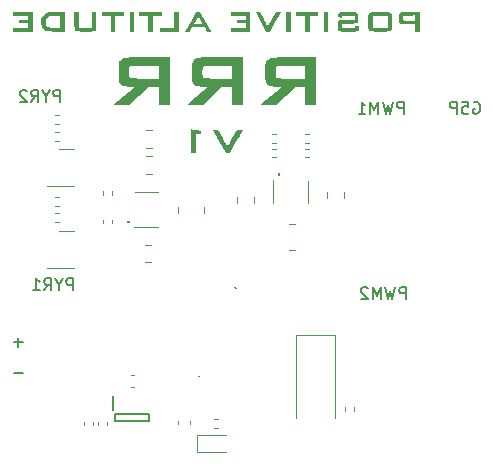
<source format=gbr>
%TF.GenerationSoftware,KiCad,Pcbnew,7.0.6*%
%TF.CreationDate,2023-07-14T02:37:10+02:00*%
%TF.ProjectId,rrr,7272722e-6b69-4636-9164-5f7063625858,rev?*%
%TF.SameCoordinates,Original*%
%TF.FileFunction,Legend,Bot*%
%TF.FilePolarity,Positive*%
%FSLAX46Y46*%
G04 Gerber Fmt 4.6, Leading zero omitted, Abs format (unit mm)*
G04 Created by KiCad (PCBNEW 7.0.6) date 2023-07-14 02:37:10*
%MOMM*%
%LPD*%
G01*
G04 APERTURE LIST*
%ADD10C,0.150000*%
%ADD11C,0.120000*%
%ADD12C,0.100000*%
%ADD13C,0.200000*%
G04 APERTURE END LIST*
D10*
X86763220Y-92669819D02*
X86763220Y-91669819D01*
X86763220Y-91669819D02*
X86382268Y-91669819D01*
X86382268Y-91669819D02*
X86287030Y-91717438D01*
X86287030Y-91717438D02*
X86239411Y-91765057D01*
X86239411Y-91765057D02*
X86191792Y-91860295D01*
X86191792Y-91860295D02*
X86191792Y-92003152D01*
X86191792Y-92003152D02*
X86239411Y-92098390D01*
X86239411Y-92098390D02*
X86287030Y-92146009D01*
X86287030Y-92146009D02*
X86382268Y-92193628D01*
X86382268Y-92193628D02*
X86763220Y-92193628D01*
X85572744Y-92193628D02*
X85572744Y-92669819D01*
X85906077Y-91669819D02*
X85572744Y-92193628D01*
X85572744Y-92193628D02*
X85239411Y-91669819D01*
X84334649Y-92669819D02*
X84667982Y-92193628D01*
X84906077Y-92669819D02*
X84906077Y-91669819D01*
X84906077Y-91669819D02*
X84525125Y-91669819D01*
X84525125Y-91669819D02*
X84429887Y-91717438D01*
X84429887Y-91717438D02*
X84382268Y-91765057D01*
X84382268Y-91765057D02*
X84334649Y-91860295D01*
X84334649Y-91860295D02*
X84334649Y-92003152D01*
X84334649Y-92003152D02*
X84382268Y-92098390D01*
X84382268Y-92098390D02*
X84429887Y-92146009D01*
X84429887Y-92146009D02*
X84525125Y-92193628D01*
X84525125Y-92193628D02*
X84906077Y-92193628D01*
X83953696Y-91765057D02*
X83906077Y-91717438D01*
X83906077Y-91717438D02*
X83810839Y-91669819D01*
X83810839Y-91669819D02*
X83572744Y-91669819D01*
X83572744Y-91669819D02*
X83477506Y-91717438D01*
X83477506Y-91717438D02*
X83429887Y-91765057D01*
X83429887Y-91765057D02*
X83382268Y-91860295D01*
X83382268Y-91860295D02*
X83382268Y-91955533D01*
X83382268Y-91955533D02*
X83429887Y-92098390D01*
X83429887Y-92098390D02*
X84001315Y-92669819D01*
X84001315Y-92669819D02*
X83382268Y-92669819D01*
X87863220Y-108619819D02*
X87863220Y-107619819D01*
X87863220Y-107619819D02*
X87482268Y-107619819D01*
X87482268Y-107619819D02*
X87387030Y-107667438D01*
X87387030Y-107667438D02*
X87339411Y-107715057D01*
X87339411Y-107715057D02*
X87291792Y-107810295D01*
X87291792Y-107810295D02*
X87291792Y-107953152D01*
X87291792Y-107953152D02*
X87339411Y-108048390D01*
X87339411Y-108048390D02*
X87387030Y-108096009D01*
X87387030Y-108096009D02*
X87482268Y-108143628D01*
X87482268Y-108143628D02*
X87863220Y-108143628D01*
X86672744Y-108143628D02*
X86672744Y-108619819D01*
X87006077Y-107619819D02*
X86672744Y-108143628D01*
X86672744Y-108143628D02*
X86339411Y-107619819D01*
X85434649Y-108619819D02*
X85767982Y-108143628D01*
X86006077Y-108619819D02*
X86006077Y-107619819D01*
X86006077Y-107619819D02*
X85625125Y-107619819D01*
X85625125Y-107619819D02*
X85529887Y-107667438D01*
X85529887Y-107667438D02*
X85482268Y-107715057D01*
X85482268Y-107715057D02*
X85434649Y-107810295D01*
X85434649Y-107810295D02*
X85434649Y-107953152D01*
X85434649Y-107953152D02*
X85482268Y-108048390D01*
X85482268Y-108048390D02*
X85529887Y-108096009D01*
X85529887Y-108096009D02*
X85625125Y-108143628D01*
X85625125Y-108143628D02*
X86006077Y-108143628D01*
X84482268Y-108619819D02*
X85053696Y-108619819D01*
X84767982Y-108619819D02*
X84767982Y-107619819D01*
X84767982Y-107619819D02*
X84863220Y-107762676D01*
X84863220Y-107762676D02*
X84958458Y-107857914D01*
X84958458Y-107857914D02*
X85053696Y-107905533D01*
X83613220Y-115588866D02*
X82851316Y-115588866D01*
X121789411Y-92717438D02*
X121884649Y-92669819D01*
X121884649Y-92669819D02*
X122027506Y-92669819D01*
X122027506Y-92669819D02*
X122170363Y-92717438D01*
X122170363Y-92717438D02*
X122265601Y-92812676D01*
X122265601Y-92812676D02*
X122313220Y-92907914D01*
X122313220Y-92907914D02*
X122360839Y-93098390D01*
X122360839Y-93098390D02*
X122360839Y-93241247D01*
X122360839Y-93241247D02*
X122313220Y-93431723D01*
X122313220Y-93431723D02*
X122265601Y-93526961D01*
X122265601Y-93526961D02*
X122170363Y-93622200D01*
X122170363Y-93622200D02*
X122027506Y-93669819D01*
X122027506Y-93669819D02*
X121932268Y-93669819D01*
X121932268Y-93669819D02*
X121789411Y-93622200D01*
X121789411Y-93622200D02*
X121741792Y-93574580D01*
X121741792Y-93574580D02*
X121741792Y-93241247D01*
X121741792Y-93241247D02*
X121932268Y-93241247D01*
X120837030Y-92669819D02*
X121313220Y-92669819D01*
X121313220Y-92669819D02*
X121360839Y-93146009D01*
X121360839Y-93146009D02*
X121313220Y-93098390D01*
X121313220Y-93098390D02*
X121217982Y-93050771D01*
X121217982Y-93050771D02*
X120979887Y-93050771D01*
X120979887Y-93050771D02*
X120884649Y-93098390D01*
X120884649Y-93098390D02*
X120837030Y-93146009D01*
X120837030Y-93146009D02*
X120789411Y-93241247D01*
X120789411Y-93241247D02*
X120789411Y-93479342D01*
X120789411Y-93479342D02*
X120837030Y-93574580D01*
X120837030Y-93574580D02*
X120884649Y-93622200D01*
X120884649Y-93622200D02*
X120979887Y-93669819D01*
X120979887Y-93669819D02*
X121217982Y-93669819D01*
X121217982Y-93669819D02*
X121313220Y-93622200D01*
X121313220Y-93622200D02*
X121360839Y-93574580D01*
X120360839Y-93669819D02*
X120360839Y-92669819D01*
X120360839Y-92669819D02*
X119979887Y-92669819D01*
X119979887Y-92669819D02*
X119884649Y-92717438D01*
X119884649Y-92717438D02*
X119837030Y-92765057D01*
X119837030Y-92765057D02*
X119789411Y-92860295D01*
X119789411Y-92860295D02*
X119789411Y-93003152D01*
X119789411Y-93003152D02*
X119837030Y-93098390D01*
X119837030Y-93098390D02*
X119884649Y-93146009D01*
X119884649Y-93146009D02*
X119979887Y-93193628D01*
X119979887Y-93193628D02*
X120360839Y-93193628D01*
X116063220Y-109369819D02*
X116063220Y-108369819D01*
X116063220Y-108369819D02*
X115682268Y-108369819D01*
X115682268Y-108369819D02*
X115587030Y-108417438D01*
X115587030Y-108417438D02*
X115539411Y-108465057D01*
X115539411Y-108465057D02*
X115491792Y-108560295D01*
X115491792Y-108560295D02*
X115491792Y-108703152D01*
X115491792Y-108703152D02*
X115539411Y-108798390D01*
X115539411Y-108798390D02*
X115587030Y-108846009D01*
X115587030Y-108846009D02*
X115682268Y-108893628D01*
X115682268Y-108893628D02*
X116063220Y-108893628D01*
X115158458Y-108369819D02*
X114920363Y-109369819D01*
X114920363Y-109369819D02*
X114729887Y-108655533D01*
X114729887Y-108655533D02*
X114539411Y-109369819D01*
X114539411Y-109369819D02*
X114301316Y-108369819D01*
X113920363Y-109369819D02*
X113920363Y-108369819D01*
X113920363Y-108369819D02*
X113587030Y-109084104D01*
X113587030Y-109084104D02*
X113253697Y-108369819D01*
X113253697Y-108369819D02*
X113253697Y-109369819D01*
X112825125Y-108465057D02*
X112777506Y-108417438D01*
X112777506Y-108417438D02*
X112682268Y-108369819D01*
X112682268Y-108369819D02*
X112444173Y-108369819D01*
X112444173Y-108369819D02*
X112348935Y-108417438D01*
X112348935Y-108417438D02*
X112301316Y-108465057D01*
X112301316Y-108465057D02*
X112253697Y-108560295D01*
X112253697Y-108560295D02*
X112253697Y-108655533D01*
X112253697Y-108655533D02*
X112301316Y-108798390D01*
X112301316Y-108798390D02*
X112872744Y-109369819D01*
X112872744Y-109369819D02*
X112253697Y-109369819D01*
X83613220Y-113038866D02*
X82851316Y-113038866D01*
X83232268Y-113419819D02*
X83232268Y-112657914D01*
X115863220Y-93669819D02*
X115863220Y-92669819D01*
X115863220Y-92669819D02*
X115482268Y-92669819D01*
X115482268Y-92669819D02*
X115387030Y-92717438D01*
X115387030Y-92717438D02*
X115339411Y-92765057D01*
X115339411Y-92765057D02*
X115291792Y-92860295D01*
X115291792Y-92860295D02*
X115291792Y-93003152D01*
X115291792Y-93003152D02*
X115339411Y-93098390D01*
X115339411Y-93098390D02*
X115387030Y-93146009D01*
X115387030Y-93146009D02*
X115482268Y-93193628D01*
X115482268Y-93193628D02*
X115863220Y-93193628D01*
X114958458Y-92669819D02*
X114720363Y-93669819D01*
X114720363Y-93669819D02*
X114529887Y-92955533D01*
X114529887Y-92955533D02*
X114339411Y-93669819D01*
X114339411Y-93669819D02*
X114101316Y-92669819D01*
X113720363Y-93669819D02*
X113720363Y-92669819D01*
X113720363Y-92669819D02*
X113387030Y-93384104D01*
X113387030Y-93384104D02*
X113053697Y-92669819D01*
X113053697Y-92669819D02*
X113053697Y-93669819D01*
X112053697Y-93669819D02*
X112625125Y-93669819D01*
X112339411Y-93669819D02*
X112339411Y-92669819D01*
X112339411Y-92669819D02*
X112434649Y-92812676D01*
X112434649Y-92812676D02*
X112529887Y-92907914D01*
X112529887Y-92907914D02*
X112625125Y-92955533D01*
%TO.C,G\u002A\u002A\u002A*%
G36*
X102087046Y-95010300D02*
G01*
X102150127Y-95011172D01*
X102203442Y-95012532D01*
X102244432Y-95014295D01*
X102270535Y-95016374D01*
X102279191Y-95018685D01*
X102278265Y-95020436D01*
X102269189Y-95036509D01*
X102250976Y-95068369D01*
X102224259Y-95114916D01*
X102189671Y-95175053D01*
X102147846Y-95247681D01*
X102099418Y-95331701D01*
X102045018Y-95426014D01*
X101985282Y-95529523D01*
X101920842Y-95641127D01*
X101852331Y-95759730D01*
X101780383Y-95884232D01*
X101705632Y-96013534D01*
X101135408Y-96999699D01*
X100973769Y-96999849D01*
X100812130Y-97000000D01*
X100270992Y-96015945D01*
X100249278Y-95976450D01*
X100178629Y-95847819D01*
X100110919Y-95724353D01*
X100046760Y-95607173D01*
X99986762Y-95497404D01*
X99931536Y-95396167D01*
X99881692Y-95304586D01*
X99837841Y-95223784D01*
X99800594Y-95154884D01*
X99770561Y-95099008D01*
X99748353Y-95057279D01*
X99734581Y-95030822D01*
X99729854Y-95020757D01*
X99730834Y-95019166D01*
X99743244Y-95015725D01*
X99770855Y-95013364D01*
X99814862Y-95012038D01*
X99876463Y-95011702D01*
X99956855Y-95012312D01*
X100183855Y-95015000D01*
X100564529Y-95727500D01*
X100590778Y-95776607D01*
X100648749Y-95884888D01*
X100703725Y-95987344D01*
X100754993Y-96082661D01*
X100801843Y-96169524D01*
X100843562Y-96246619D01*
X100879437Y-96312632D01*
X100908758Y-96366248D01*
X100930811Y-96406153D01*
X100944886Y-96431033D01*
X100950269Y-96439574D01*
X100951916Y-96437312D01*
X100962129Y-96420343D01*
X100980978Y-96387856D01*
X101007731Y-96341144D01*
X101041655Y-96281502D01*
X101082019Y-96210223D01*
X101128091Y-96128602D01*
X101179137Y-96037932D01*
X101234427Y-95939509D01*
X101293228Y-95834624D01*
X101354807Y-95724574D01*
X101754277Y-95010000D01*
X102018402Y-95010000D01*
X102087046Y-95010300D01*
G37*
G36*
X97951654Y-95005149D02*
G01*
X97952346Y-95005253D01*
X97972957Y-95008369D01*
X98010698Y-95014096D01*
X98063083Y-95022056D01*
X98127624Y-95031871D01*
X98201835Y-95043162D01*
X98283229Y-95055551D01*
X98369319Y-95068660D01*
X98744466Y-95125797D01*
X98747258Y-95257898D01*
X98750049Y-95390000D01*
X98539676Y-95390000D01*
X98329303Y-95390000D01*
X98329303Y-96195000D01*
X98329303Y-97000000D01*
X98119220Y-97000000D01*
X97909137Y-97000000D01*
X97909137Y-95999387D01*
X97909137Y-94998775D01*
X97951654Y-95005149D01*
G37*
G36*
X108480000Y-90899411D02*
G01*
X108480000Y-92900000D01*
X108020000Y-92900000D01*
X107560000Y-92900000D01*
X107560000Y-92150000D01*
X107560000Y-91400000D01*
X107115000Y-91400833D01*
X106670000Y-91401667D01*
X105870776Y-92150833D01*
X105071551Y-92900000D01*
X104401776Y-92900000D01*
X104325805Y-92899908D01*
X104158885Y-92898974D01*
X104016214Y-92897099D01*
X103900939Y-92894372D01*
X103816213Y-92890881D01*
X103765183Y-92886711D01*
X103751001Y-92881951D01*
X103763571Y-92871319D01*
X103804983Y-92837084D01*
X103872332Y-92781720D01*
X103962808Y-92707527D01*
X104073600Y-92616807D01*
X104201895Y-92511861D01*
X104344884Y-92394992D01*
X104499755Y-92268501D01*
X104663697Y-92134690D01*
X105557393Y-91405477D01*
X105173697Y-91394442D01*
X105040796Y-91389653D01*
X104879067Y-91380077D01*
X104756981Y-91367463D01*
X104674391Y-91351798D01*
X104521421Y-91298489D01*
X104397659Y-91227526D01*
X104302367Y-91135632D01*
X104232451Y-91018883D01*
X104184819Y-90873360D01*
X104156377Y-90695139D01*
X104151276Y-90626488D01*
X104147020Y-90518297D01*
X104144694Y-90388536D01*
X104144374Y-90300499D01*
X105061489Y-90300499D01*
X105061507Y-90389087D01*
X105063627Y-90452516D01*
X105068408Y-90497046D01*
X105076409Y-90528935D01*
X105088189Y-90554443D01*
X105104307Y-90579830D01*
X105147065Y-90628087D01*
X105230450Y-90672948D01*
X105242727Y-90675759D01*
X105286622Y-90681081D01*
X105356575Y-90685608D01*
X105454575Y-90689384D01*
X105582615Y-90692450D01*
X105742686Y-90694849D01*
X105936780Y-90696622D01*
X106166887Y-90697813D01*
X106435000Y-90698462D01*
X107560000Y-90700000D01*
X107560000Y-90150000D01*
X107560000Y-89600000D01*
X106448857Y-89600000D01*
X106400311Y-89600010D01*
X106116194Y-89600574D01*
X105872015Y-89601996D01*
X105667783Y-89604275D01*
X105503507Y-89607411D01*
X105379196Y-89611404D01*
X105294858Y-89616253D01*
X105250502Y-89621960D01*
X105231843Y-89627446D01*
X105166163Y-89657036D01*
X105116645Y-89693521D01*
X105111328Y-89699265D01*
X105096449Y-89718156D01*
X105085484Y-89741141D01*
X105077704Y-89774203D01*
X105072380Y-89823327D01*
X105068783Y-89894496D01*
X105066185Y-89993694D01*
X105063857Y-90126906D01*
X105063014Y-90180493D01*
X105061489Y-90300499D01*
X104144374Y-90300499D01*
X104144169Y-90244046D01*
X104145322Y-90091666D01*
X104148024Y-89938236D01*
X104152150Y-89790598D01*
X104157574Y-89655590D01*
X104164169Y-89540054D01*
X104171810Y-89450830D01*
X104180369Y-89394758D01*
X104193527Y-89349392D01*
X104257541Y-89219915D01*
X104354208Y-89106320D01*
X104478899Y-89013265D01*
X104626982Y-88945409D01*
X104632834Y-88943489D01*
X104653672Y-88937773D01*
X104679470Y-88932726D01*
X104712731Y-88928298D01*
X104755957Y-88924437D01*
X104811652Y-88921091D01*
X104882319Y-88918210D01*
X104970459Y-88915740D01*
X105078577Y-88913631D01*
X105209175Y-88911832D01*
X105364755Y-88910289D01*
X105547822Y-88908953D01*
X105760876Y-88907771D01*
X106006423Y-88906691D01*
X106286963Y-88905663D01*
X106605000Y-88904634D01*
X108480000Y-88898823D01*
X108480000Y-89600000D01*
X108480000Y-90899411D01*
G37*
G36*
X102260000Y-90900000D02*
G01*
X102260000Y-92900000D01*
X101800000Y-92900000D01*
X101340000Y-92900000D01*
X101340000Y-92150000D01*
X101340000Y-91400000D01*
X100895000Y-91401180D01*
X100450000Y-91402361D01*
X99653175Y-92151180D01*
X98856350Y-92900000D01*
X98183175Y-92899555D01*
X98073128Y-92899458D01*
X97913176Y-92899110D01*
X97787395Y-92898359D01*
X97692100Y-92896998D01*
X97623602Y-92894823D01*
X97578216Y-92891629D01*
X97552254Y-92887210D01*
X97542030Y-92881361D01*
X97543857Y-92873878D01*
X97554048Y-92864555D01*
X97566060Y-92854918D01*
X97608139Y-92820798D01*
X97676295Y-92765357D01*
X97767570Y-92691005D01*
X97879006Y-92600155D01*
X98007646Y-92495218D01*
X98150532Y-92378606D01*
X98304707Y-92252729D01*
X98467212Y-92120000D01*
X99336329Y-91410000D01*
X98953165Y-91396555D01*
X98869647Y-91393230D01*
X98689741Y-91382138D01*
X98542177Y-91365656D01*
X98421597Y-91342215D01*
X98322647Y-91310250D01*
X98239970Y-91268193D01*
X98168210Y-91214477D01*
X98102009Y-91147535D01*
X98032804Y-91050055D01*
X97978365Y-90919134D01*
X97973283Y-90902063D01*
X97963307Y-90864464D01*
X97955473Y-90825050D01*
X97949583Y-90779049D01*
X97945434Y-90721688D01*
X97942827Y-90648194D01*
X97941560Y-90553794D01*
X97941432Y-90433716D01*
X97942243Y-90283188D01*
X97943354Y-90149999D01*
X98840000Y-90149999D01*
X98840823Y-90270924D01*
X98844904Y-90390124D01*
X98853673Y-90479601D01*
X98868521Y-90545025D01*
X98890836Y-90592065D01*
X98922007Y-90626390D01*
X98963425Y-90653671D01*
X98965750Y-90654918D01*
X98982506Y-90662458D01*
X99004005Y-90668877D01*
X99033452Y-90674285D01*
X99074053Y-90678792D01*
X99129012Y-90682508D01*
X99201535Y-90685543D01*
X99294827Y-90688007D01*
X99412093Y-90690011D01*
X99556538Y-90691664D01*
X99731367Y-90693077D01*
X99939787Y-90694359D01*
X100185000Y-90695621D01*
X101340000Y-90701242D01*
X101340000Y-90150000D01*
X101340000Y-89598757D01*
X100185000Y-89604378D01*
X100145362Y-89604572D01*
X99905928Y-89605830D01*
X99702803Y-89607125D01*
X99532782Y-89608567D01*
X99392660Y-89610266D01*
X99279232Y-89612333D01*
X99189293Y-89614876D01*
X99119636Y-89618008D01*
X99067058Y-89621836D01*
X99028353Y-89626473D01*
X99000316Y-89632027D01*
X98979742Y-89638608D01*
X98963425Y-89646328D01*
X98929345Y-89667831D01*
X98896257Y-89700313D01*
X98872300Y-89744387D01*
X98856085Y-89805724D01*
X98846223Y-89889991D01*
X98841325Y-90002860D01*
X98840000Y-90149999D01*
X97943354Y-90149999D01*
X97943792Y-90097435D01*
X97950000Y-89410000D01*
X98001804Y-89300000D01*
X98022798Y-89257492D01*
X98087250Y-89154032D01*
X98162372Y-89076166D01*
X98257738Y-89013161D01*
X98264666Y-89009393D01*
X98298516Y-88991362D01*
X98331349Y-88975444D01*
X98365728Y-88961507D01*
X98404217Y-88949419D01*
X98449380Y-88939047D01*
X98503779Y-88930260D01*
X98569979Y-88922925D01*
X98650544Y-88916909D01*
X98748036Y-88912081D01*
X98865019Y-88908309D01*
X99004057Y-88905460D01*
X99167714Y-88903401D01*
X99358553Y-88902002D01*
X99579137Y-88901129D01*
X99832031Y-88900650D01*
X100119798Y-88900434D01*
X100445000Y-88900347D01*
X102260000Y-88900000D01*
X102260000Y-89598757D01*
X102260000Y-90900000D01*
G37*
G36*
X96060000Y-90899411D02*
G01*
X96060000Y-92900000D01*
X95590000Y-92900000D01*
X95120000Y-92900000D01*
X95120000Y-92150000D01*
X95120000Y-91400000D01*
X94680081Y-91399999D01*
X94240161Y-91399999D01*
X93440795Y-92149999D01*
X92641429Y-92899999D01*
X91968988Y-92900000D01*
X91296546Y-92900000D01*
X92207389Y-92155000D01*
X93118233Y-91410000D01*
X92744117Y-91397562D01*
X92719796Y-91396714D01*
X92511737Y-91385276D01*
X92338482Y-91366284D01*
X92195680Y-91337885D01*
X92078978Y-91298230D01*
X91984025Y-91245465D01*
X91906467Y-91177739D01*
X91841953Y-91093201D01*
X91786131Y-90990000D01*
X91730000Y-90870000D01*
X91730000Y-90160000D01*
X91730006Y-90144357D01*
X92621129Y-90144357D01*
X92622319Y-90264779D01*
X92626593Y-90384095D01*
X92635213Y-90473704D01*
X92649522Y-90539303D01*
X92670862Y-90586589D01*
X92700574Y-90621260D01*
X92740000Y-90649012D01*
X92752308Y-90655871D01*
X92769465Y-90663521D01*
X92791118Y-90669974D01*
X92820495Y-90675353D01*
X92860823Y-90679782D01*
X92915329Y-90683382D01*
X92987242Y-90686279D01*
X93079789Y-90688594D01*
X93196198Y-90690452D01*
X93339696Y-90691975D01*
X93513510Y-90693286D01*
X93720869Y-90694509D01*
X93965000Y-90695766D01*
X95120000Y-90701533D01*
X95120000Y-90150145D01*
X95120000Y-89598757D01*
X93965000Y-89604378D01*
X93925362Y-89604572D01*
X93685928Y-89605830D01*
X93482803Y-89607125D01*
X93312782Y-89608567D01*
X93172660Y-89610266D01*
X93059232Y-89612333D01*
X92969293Y-89614876D01*
X92899636Y-89618008D01*
X92847058Y-89621836D01*
X92808353Y-89626473D01*
X92780316Y-89632027D01*
X92759742Y-89638608D01*
X92743425Y-89646328D01*
X92711596Y-89666162D01*
X92677628Y-89698443D01*
X92653087Y-89742069D01*
X92636571Y-89802757D01*
X92626675Y-89886224D01*
X92621995Y-89998185D01*
X92621129Y-90144357D01*
X91730006Y-90144357D01*
X91730037Y-90055428D01*
X91730525Y-89873138D01*
X91731989Y-89724164D01*
X91734938Y-89604046D01*
X91739881Y-89508323D01*
X91747326Y-89432532D01*
X91757782Y-89372213D01*
X91771759Y-89322905D01*
X91789764Y-89280146D01*
X91812307Y-89239474D01*
X91839897Y-89196430D01*
X91845049Y-89188781D01*
X91930109Y-89091726D01*
X92040733Y-89014789D01*
X92183369Y-88953410D01*
X92198216Y-88948379D01*
X92219825Y-88941654D01*
X92243221Y-88935750D01*
X92270951Y-88930604D01*
X92305563Y-88926156D01*
X92349605Y-88922342D01*
X92405623Y-88919099D01*
X92476167Y-88916367D01*
X92563782Y-88914081D01*
X92671016Y-88912180D01*
X92800418Y-88910602D01*
X92954535Y-88909284D01*
X93135913Y-88908163D01*
X93347102Y-88907178D01*
X93590647Y-88906266D01*
X93869098Y-88905364D01*
X94185000Y-88904411D01*
X96060000Y-88898823D01*
X96060000Y-89598757D01*
X96060000Y-90899411D01*
G37*
G36*
X84455003Y-85900000D02*
G01*
X84455003Y-86719884D01*
X83610523Y-86719884D01*
X82766042Y-86719884D01*
X82766042Y-86564106D01*
X82766042Y-86408328D01*
X83421949Y-86408328D01*
X84077856Y-86408328D01*
X84077856Y-86211556D01*
X84077856Y-86014784D01*
X83700710Y-86014784D01*
X83323563Y-86014784D01*
X83323563Y-85867205D01*
X83323563Y-85719626D01*
X83700710Y-85719626D01*
X84077856Y-85719626D01*
X84077856Y-85539251D01*
X84077856Y-85358877D01*
X83430148Y-85358877D01*
X82782440Y-85358877D01*
X82782440Y-85219497D01*
X82782440Y-85080117D01*
X83618722Y-85080117D01*
X84455003Y-85080117D01*
X84455003Y-85900000D01*
G37*
G36*
X87160620Y-85900139D02*
G01*
X87160620Y-86722453D01*
X86492414Y-86715826D01*
X86329652Y-86714113D01*
X86190160Y-86712326D01*
X86076612Y-86710350D01*
X85985525Y-86708007D01*
X85913416Y-86705120D01*
X85856801Y-86701512D01*
X85812196Y-86697006D01*
X85776118Y-86691424D01*
X85745084Y-86684591D01*
X85715610Y-86676328D01*
X85627074Y-86644289D01*
X85489818Y-86569263D01*
X85374729Y-86471178D01*
X85283024Y-86351768D01*
X85215915Y-86212770D01*
X85174617Y-86055918D01*
X85160379Y-85883365D01*
X85562981Y-85883365D01*
X85564526Y-85955513D01*
X85570350Y-86020964D01*
X85582176Y-86073979D01*
X85601769Y-86125588D01*
X85632889Y-86185219D01*
X85691572Y-86257889D01*
X85768788Y-86313512D01*
X85868929Y-86354977D01*
X85996385Y-86385170D01*
X86013875Y-86387959D01*
X86090037Y-86395979D01*
X86191028Y-86402156D01*
X86310779Y-86406184D01*
X86443221Y-86407756D01*
X86767075Y-86408328D01*
X86767075Y-85890577D01*
X86767075Y-85372825D01*
X86344835Y-85379461D01*
X86340823Y-85379525D01*
X86192690Y-85382699D01*
X86068475Y-85387049D01*
X85970397Y-85392453D01*
X85900672Y-85398790D01*
X85861518Y-85405939D01*
X85858800Y-85406834D01*
X85760446Y-85456277D01*
X85675945Y-85532161D01*
X85611217Y-85629202D01*
X85595179Y-85662439D01*
X85577624Y-85706965D01*
X85567795Y-85751307D01*
X85563609Y-85806446D01*
X85562981Y-85883365D01*
X85160379Y-85883365D01*
X85160345Y-85882948D01*
X85161750Y-85824802D01*
X85184196Y-85662028D01*
X85233760Y-85517634D01*
X85310144Y-85392037D01*
X85413049Y-85285653D01*
X85542175Y-85198902D01*
X85697226Y-85132199D01*
X85824209Y-85089442D01*
X86492414Y-85083634D01*
X87160620Y-85077826D01*
X87160620Y-85372825D01*
X87160620Y-85900139D01*
G37*
G36*
X88374048Y-85744222D02*
G01*
X88374048Y-86408328D01*
X88915171Y-86408328D01*
X89456294Y-86408328D01*
X89456294Y-85744222D01*
X89456294Y-85080117D01*
X89654169Y-85080117D01*
X89852043Y-85080117D01*
X89846841Y-85781117D01*
X89845785Y-85918703D01*
X89844475Y-86065509D01*
X89843040Y-86185280D01*
X89841316Y-86281231D01*
X89839139Y-86356575D01*
X89836346Y-86414527D01*
X89832772Y-86458302D01*
X89828256Y-86491113D01*
X89822632Y-86516175D01*
X89815738Y-86536701D01*
X89807410Y-86555907D01*
X89789234Y-86592459D01*
X89755867Y-86640251D01*
X89713007Y-86671497D01*
X89649487Y-86696110D01*
X89642053Y-86698219D01*
X89613316Y-86703564D01*
X89571616Y-86707841D01*
X89514121Y-86711121D01*
X89437997Y-86713474D01*
X89340413Y-86714971D01*
X89218537Y-86715682D01*
X89069534Y-86715679D01*
X88890574Y-86715031D01*
X88787630Y-86714510D01*
X88636378Y-86713588D01*
X88512831Y-86712490D01*
X88413778Y-86711061D01*
X88336011Y-86709149D01*
X88276322Y-86706598D01*
X88231502Y-86703255D01*
X88198343Y-86698967D01*
X88173634Y-86693579D01*
X88154169Y-86686938D01*
X88136738Y-86678890D01*
X88126270Y-86673142D01*
X88075914Y-86634231D01*
X88038352Y-86588703D01*
X88030421Y-86573793D01*
X88023807Y-86556818D01*
X88018393Y-86534757D01*
X88014029Y-86504530D01*
X88010567Y-86463061D01*
X88007857Y-86407268D01*
X88005749Y-86334075D01*
X88004095Y-86240401D01*
X88002744Y-86123169D01*
X88001548Y-85979300D01*
X88000356Y-85805714D01*
X87995613Y-85080117D01*
X88184830Y-85080117D01*
X88374048Y-85080117D01*
X88374048Y-85744222D01*
G37*
G36*
X92194706Y-85227696D02*
G01*
X92194706Y-85375275D01*
X91817559Y-85375275D01*
X91440413Y-85375275D01*
X91440413Y-86047579D01*
X91440413Y-86719884D01*
X91251840Y-86719884D01*
X91063266Y-86719884D01*
X91063266Y-86047579D01*
X91063266Y-85375275D01*
X90686120Y-85375275D01*
X90308973Y-85375275D01*
X90308973Y-85227696D01*
X90308973Y-85080117D01*
X91251840Y-85080117D01*
X92194706Y-85080117D01*
X92194706Y-85227696D01*
G37*
G36*
X93047385Y-85900000D02*
G01*
X93047385Y-86719884D01*
X92858812Y-86719884D01*
X92670239Y-86719884D01*
X92670239Y-85900000D01*
X92670239Y-85080117D01*
X92858812Y-85080117D01*
X93047385Y-85080117D01*
X93047385Y-85900000D01*
G37*
G36*
X95408651Y-85227696D02*
G01*
X95408651Y-85375275D01*
X95031504Y-85375275D01*
X94654357Y-85375275D01*
X94654357Y-86047579D01*
X94654357Y-86719884D01*
X94457585Y-86719884D01*
X94260813Y-86719884D01*
X94260813Y-86047579D01*
X94260813Y-85375275D01*
X93883667Y-85375275D01*
X93506520Y-85375275D01*
X93506520Y-85227696D01*
X93506520Y-85080117D01*
X94457585Y-85080117D01*
X95408651Y-85080117D01*
X95408651Y-85227696D01*
G37*
G36*
X96835248Y-85900000D02*
G01*
X96835248Y-86719884D01*
X96023563Y-86719884D01*
X95211878Y-86719884D01*
X95211878Y-86564106D01*
X95211878Y-86408328D01*
X95826791Y-86408328D01*
X96441704Y-86408328D01*
X96441704Y-85744222D01*
X96441704Y-85080117D01*
X96638476Y-85080117D01*
X96835248Y-85080117D01*
X96835248Y-85900000D01*
G37*
G36*
X99229168Y-86076919D02*
G01*
X99302435Y-86206553D01*
X99368883Y-86324185D01*
X99426644Y-86426507D01*
X99473849Y-86510212D01*
X99508631Y-86571994D01*
X99529123Y-86608544D01*
X99591171Y-86719884D01*
X99397942Y-86719576D01*
X99204713Y-86719267D01*
X99109848Y-86539201D01*
X99014984Y-86359135D01*
X98499737Y-86359135D01*
X97984490Y-86359135D01*
X97883970Y-86539510D01*
X97783450Y-86719884D01*
X97569957Y-86719884D01*
X97508867Y-86719603D01*
X97436982Y-86717847D01*
X97391600Y-86714148D01*
X97368885Y-86708122D01*
X97365003Y-86699387D01*
X97369646Y-86690600D01*
X97389270Y-86655439D01*
X97422748Y-86596238D01*
X97468580Y-86515631D01*
X97525263Y-86416248D01*
X97591296Y-86300722D01*
X97665177Y-86171685D01*
X97735043Y-86049840D01*
X98149795Y-86049840D01*
X98151922Y-86051616D01*
X98178256Y-86055569D01*
X98230830Y-86058968D01*
X98305025Y-86061626D01*
X98396223Y-86063358D01*
X98499804Y-86063977D01*
X98855279Y-86063977D01*
X98815024Y-85994287D01*
X98801899Y-85971122D01*
X98771988Y-85917249D01*
X98732572Y-85845501D01*
X98687239Y-85762416D01*
X98639576Y-85674532D01*
X98602329Y-85606514D01*
X98561344Y-85533875D01*
X98527428Y-85476207D01*
X98503339Y-85438181D01*
X98491837Y-85424468D01*
X98484867Y-85433496D01*
X98464556Y-85466867D01*
X98433914Y-85520046D01*
X98395715Y-85587960D01*
X98352734Y-85665536D01*
X98307746Y-85747702D01*
X98263525Y-85829386D01*
X98222845Y-85905514D01*
X98188480Y-85971014D01*
X98163205Y-86020813D01*
X98149795Y-86049840D01*
X97735043Y-86049840D01*
X97745405Y-86031768D01*
X97830478Y-85883603D01*
X98287415Y-85088315D01*
X98476020Y-85083727D01*
X98664624Y-85079139D01*
X99065850Y-85788171D01*
X99069643Y-85794874D01*
X99150948Y-85938591D01*
X99221850Y-86063977D01*
X99229168Y-86076919D01*
G37*
G36*
X102902388Y-85900000D02*
G01*
X102902388Y-86719884D01*
X102057908Y-86719884D01*
X101213428Y-86719884D01*
X101213428Y-86564106D01*
X101213428Y-86408328D01*
X101869335Y-86408328D01*
X102525242Y-86408328D01*
X102525242Y-86211556D01*
X102525242Y-86014784D01*
X102148095Y-86014784D01*
X101770949Y-86014784D01*
X101770949Y-85867205D01*
X101770949Y-85719626D01*
X102148095Y-85719626D01*
X102525242Y-85719626D01*
X102525242Y-85539251D01*
X102525242Y-85358877D01*
X101877534Y-85358877D01*
X101229825Y-85358877D01*
X101229825Y-85219497D01*
X101229825Y-85080117D01*
X102066107Y-85080117D01*
X102902388Y-85080117D01*
X102902388Y-85900000D01*
G37*
G36*
X104043862Y-85661956D02*
G01*
X104068677Y-85708514D01*
X104134899Y-85832153D01*
X104195906Y-85945192D01*
X104250012Y-86044564D01*
X104295533Y-86127204D01*
X104330784Y-86190046D01*
X104354081Y-86230024D01*
X104363738Y-86244073D01*
X104365942Y-86241781D01*
X104381836Y-86217259D01*
X104411220Y-86168298D01*
X104452355Y-86097908D01*
X104503504Y-86009097D01*
X104562930Y-85904875D01*
X104628895Y-85788251D01*
X104699662Y-85662234D01*
X105025430Y-85080117D01*
X105244294Y-85080117D01*
X105265799Y-85080182D01*
X105342627Y-85081586D01*
X105404092Y-85084542D01*
X105444384Y-85088683D01*
X105457693Y-85093639D01*
X105452491Y-85103190D01*
X105432231Y-85138914D01*
X105398117Y-85198525D01*
X105351631Y-85279446D01*
X105294256Y-85379099D01*
X105227477Y-85494910D01*
X105152777Y-85624302D01*
X105071640Y-85764698D01*
X104985549Y-85913523D01*
X104518872Y-86719884D01*
X104384574Y-86719884D01*
X104250276Y-86719884D01*
X103799320Y-85900000D01*
X103348365Y-85080117D01*
X103541253Y-85080117D01*
X103734140Y-85080117D01*
X104043862Y-85661956D01*
G37*
G36*
X106296707Y-85900000D02*
G01*
X106296707Y-86719884D01*
X106099935Y-86719884D01*
X105903163Y-86719884D01*
X105903163Y-85900000D01*
X105903163Y-85080117D01*
X106099935Y-85080117D01*
X106296707Y-85080117D01*
X106296707Y-85900000D01*
G37*
G36*
X108641575Y-85227696D02*
G01*
X108641575Y-85375275D01*
X108272627Y-85375275D01*
X107903680Y-85375275D01*
X107903680Y-86047579D01*
X107903680Y-86719884D01*
X107706907Y-86719884D01*
X107510135Y-86719884D01*
X107510135Y-86047579D01*
X107510135Y-85375275D01*
X107132989Y-85375275D01*
X106755842Y-85375275D01*
X106755842Y-85227696D01*
X106755842Y-85080117D01*
X107698709Y-85080117D01*
X108641575Y-85080117D01*
X108641575Y-85227696D01*
G37*
G36*
X109494254Y-85900000D02*
G01*
X109494254Y-86719884D01*
X109305681Y-86719884D01*
X109117108Y-86719884D01*
X109117108Y-85900000D01*
X109117108Y-85080117D01*
X109305681Y-85080117D01*
X109494254Y-85080117D01*
X109494254Y-85900000D01*
G37*
G36*
X111577103Y-85082096D02*
G01*
X111668685Y-85084161D01*
X111740943Y-85087700D01*
X111797052Y-85092915D01*
X111840186Y-85100006D01*
X111873521Y-85109174D01*
X111900233Y-85120619D01*
X111923496Y-85134541D01*
X111959304Y-85160839D01*
X111991496Y-85193040D01*
X112014453Y-85231659D01*
X112029683Y-85281963D01*
X112038694Y-85349218D01*
X112042994Y-85438691D01*
X112044093Y-85555649D01*
X112044093Y-85556885D01*
X112043658Y-85659920D01*
X112041982Y-85736146D01*
X112038486Y-85791483D01*
X112032592Y-85831849D01*
X112023722Y-85863163D01*
X112011297Y-85891345D01*
X112000206Y-85911622D01*
X111976564Y-85944177D01*
X111946189Y-85971174D01*
X111906187Y-85993117D01*
X111853665Y-86010508D01*
X111785727Y-86023850D01*
X111699481Y-86033648D01*
X111592031Y-86040404D01*
X111460485Y-86044622D01*
X111301947Y-86046805D01*
X111113525Y-86047455D01*
X110625694Y-86047579D01*
X110625694Y-86227954D01*
X110625694Y-86408328D01*
X111199612Y-86408328D01*
X111773531Y-86408328D01*
X111773531Y-86320874D01*
X111774195Y-86286704D01*
X111777335Y-86244741D01*
X111782183Y-86224768D01*
X111792637Y-86223765D01*
X111829776Y-86227701D01*
X111886702Y-86236925D01*
X111956274Y-86250385D01*
X112121713Y-86284653D01*
X112114320Y-86399783D01*
X112106560Y-86472213D01*
X112082490Y-86562203D01*
X112041325Y-86628311D01*
X111980266Y-86674455D01*
X111896514Y-86704551D01*
X111893605Y-86705099D01*
X111860483Y-86707786D01*
X111799222Y-86710329D01*
X111713705Y-86712652D01*
X111607813Y-86714678D01*
X111485425Y-86716330D01*
X111350423Y-86717532D01*
X111206688Y-86718206D01*
X111106292Y-86718407D01*
X110954456Y-86718350D01*
X110830267Y-86717684D01*
X110730450Y-86716304D01*
X110651730Y-86714104D01*
X110590831Y-86710981D01*
X110544481Y-86706828D01*
X110509402Y-86701542D01*
X110482322Y-86695018D01*
X110450934Y-86684333D01*
X110392518Y-86653071D01*
X110348274Y-86608333D01*
X110316617Y-86546376D01*
X110295965Y-86463457D01*
X110284734Y-86355831D01*
X110281343Y-86219755D01*
X110282002Y-86154656D01*
X110288731Y-86031868D01*
X110304013Y-85935842D01*
X110329429Y-85862835D01*
X110366564Y-85809103D01*
X110417001Y-85770904D01*
X110482322Y-85744492D01*
X110509389Y-85737949D01*
X110546616Y-85732312D01*
X110595971Y-85727898D01*
X110660896Y-85724575D01*
X110744838Y-85722216D01*
X110851239Y-85720691D01*
X110983544Y-85719871D01*
X111145197Y-85719626D01*
X111724338Y-85719626D01*
X111724338Y-85547450D01*
X111724338Y-85375275D01*
X111183215Y-85375275D01*
X110642091Y-85375275D01*
X110642091Y-85467216D01*
X110640524Y-85515372D01*
X110634029Y-85546019D01*
X110621594Y-85551383D01*
X110617263Y-85549967D01*
X110584786Y-85541504D01*
X110531914Y-85529088D01*
X110467706Y-85514869D01*
X110447718Y-85510487D01*
X110386966Y-85496174D01*
X110340940Y-85483852D01*
X110318344Y-85475797D01*
X110311313Y-85460894D01*
X110309460Y-85420860D01*
X110314530Y-85366205D01*
X110325133Y-85306417D01*
X110339877Y-85250984D01*
X110357374Y-85209394D01*
X110364660Y-85198446D01*
X110404709Y-85156663D01*
X110453518Y-85122710D01*
X110469483Y-85114838D01*
X110489265Y-85107252D01*
X110513656Y-85101177D01*
X110546181Y-85096402D01*
X110590363Y-85092714D01*
X110649724Y-85089900D01*
X110727788Y-85087748D01*
X110828077Y-85086045D01*
X110954115Y-85084578D01*
X111109425Y-85083135D01*
X111154656Y-85082748D01*
X111323264Y-85081591D01*
X111463021Y-85081306D01*
X111577103Y-85082096D01*
G37*
G36*
X114879198Y-85443223D02*
G01*
X114882382Y-85551807D01*
X114884523Y-85686565D01*
X114886235Y-85850807D01*
X114887156Y-85973962D01*
X114887367Y-86141360D01*
X114886050Y-86277187D01*
X114883191Y-86382168D01*
X114878774Y-86457032D01*
X114872785Y-86502505D01*
X114869468Y-86516317D01*
X114832808Y-86601009D01*
X114774380Y-86663372D01*
X114696898Y-86700354D01*
X114695070Y-86700799D01*
X114659344Y-86704849D01*
X114592715Y-86708243D01*
X114496899Y-86710955D01*
X114373609Y-86712954D01*
X114224559Y-86714213D01*
X114051464Y-86714703D01*
X113856036Y-86714395D01*
X113760579Y-86714053D01*
X113595832Y-86713363D01*
X113459382Y-86712540D01*
X113348248Y-86711455D01*
X113259447Y-86709979D01*
X113189995Y-86707982D01*
X113136911Y-86705336D01*
X113097213Y-86701910D01*
X113067916Y-86697576D01*
X113046039Y-86692205D01*
X113028599Y-86685666D01*
X113012614Y-86677832D01*
X112964061Y-86643239D01*
X112914228Y-86579445D01*
X112912941Y-86576977D01*
X112904445Y-86559084D01*
X112897570Y-86539273D01*
X112892144Y-86514111D01*
X112887996Y-86480168D01*
X112884955Y-86434014D01*
X112884080Y-86408328D01*
X113249322Y-86408328D01*
X113880632Y-86408328D01*
X114511943Y-86408328D01*
X114511943Y-85891801D01*
X114511943Y-85375275D01*
X113880632Y-85375275D01*
X113249322Y-85375275D01*
X113249322Y-85891801D01*
X113249322Y-86408328D01*
X112884080Y-86408328D01*
X112882850Y-86372218D01*
X112881510Y-86291349D01*
X112880765Y-86187977D01*
X112880443Y-86058671D01*
X112880374Y-85900000D01*
X112880378Y-85849002D01*
X112880596Y-85687007D01*
X112881536Y-85553748D01*
X112883726Y-85446054D01*
X112887696Y-85360755D01*
X112893973Y-85294681D01*
X112903087Y-85244660D01*
X112915567Y-85207523D01*
X112931940Y-85180098D01*
X112952737Y-85159215D01*
X112978485Y-85141703D01*
X113009713Y-85124392D01*
X113009942Y-85124270D01*
X113025878Y-85116075D01*
X113042326Y-85109231D01*
X113062222Y-85103616D01*
X113088498Y-85099108D01*
X113124091Y-85095586D01*
X113171936Y-85092927D01*
X113234966Y-85091012D01*
X113316118Y-85089717D01*
X113418326Y-85088921D01*
X113544524Y-85088504D01*
X113697648Y-85088342D01*
X113880632Y-85088315D01*
X113883361Y-85088315D01*
X114065915Y-85088343D01*
X114218649Y-85088507D01*
X114344498Y-85088929D01*
X114446397Y-85089731D01*
X114527280Y-85091033D01*
X114590082Y-85092958D01*
X114637739Y-85095628D01*
X114673184Y-85099163D01*
X114699353Y-85103685D01*
X114719181Y-85109317D01*
X114735602Y-85116178D01*
X114751552Y-85124392D01*
X114776134Y-85137932D01*
X114803808Y-85155990D01*
X114826142Y-85177049D01*
X114843750Y-85204419D01*
X114857246Y-85241411D01*
X114867244Y-85291336D01*
X114874356Y-85357503D01*
X114875360Y-85375275D01*
X114879198Y-85443223D01*
G37*
G36*
X117217559Y-85899541D02*
G01*
X117217559Y-86719884D01*
X117028986Y-86719884D01*
X116840413Y-86719884D01*
X116840413Y-86400884D01*
X116840413Y-86081884D01*
X116237798Y-86077030D01*
X116225934Y-86076935D01*
X116062789Y-86075528D01*
X115928902Y-86073850D01*
X115820955Y-86071385D01*
X115735628Y-86067621D01*
X115669603Y-86062044D01*
X115619564Y-86054140D01*
X115582190Y-86043395D01*
X115554165Y-86029296D01*
X115532170Y-86011330D01*
X115512887Y-85988982D01*
X115492997Y-85961739D01*
X115490909Y-85958792D01*
X115478074Y-85938620D01*
X115468590Y-85916494D01*
X115461856Y-85887273D01*
X115457274Y-85845817D01*
X115454245Y-85786987D01*
X115452169Y-85705642D01*
X115450449Y-85596643D01*
X115450313Y-85586792D01*
X115808994Y-85586792D01*
X115810014Y-85622989D01*
X115816117Y-85690367D01*
X115829620Y-85734573D01*
X115853320Y-85762288D01*
X115890015Y-85780192D01*
X115890341Y-85780303D01*
X115928752Y-85787403D01*
X115997732Y-85792969D01*
X116097831Y-85797024D01*
X116229596Y-85799589D01*
X116393576Y-85800689D01*
X116840413Y-85801614D01*
X116840413Y-85578930D01*
X116840413Y-85356245D01*
X116368980Y-85362415D01*
X116345272Y-85362741D01*
X116224583Y-85364897D01*
X116114592Y-85367662D01*
X116019718Y-85370868D01*
X115944382Y-85374346D01*
X115893002Y-85377927D01*
X115869996Y-85381444D01*
X115856386Y-85390830D01*
X115829995Y-85433596D01*
X115813672Y-85500686D01*
X115808994Y-85586792D01*
X115450313Y-85586792D01*
X115450145Y-85574664D01*
X115448971Y-85471014D01*
X115448994Y-85393898D01*
X115450677Y-85338019D01*
X115454480Y-85298082D01*
X115460868Y-85268788D01*
X115470302Y-85244842D01*
X115483244Y-85220946D01*
X115527775Y-85165795D01*
X115585991Y-85122560D01*
X115594987Y-85117996D01*
X115611543Y-85110825D01*
X115631122Y-85104875D01*
X115656700Y-85100008D01*
X115691254Y-85096089D01*
X115737762Y-85092982D01*
X115799201Y-85090550D01*
X115878549Y-85088657D01*
X115978782Y-85087168D01*
X116102879Y-85085945D01*
X116253816Y-85084854D01*
X116434570Y-85083757D01*
X117217559Y-85079200D01*
X117217559Y-85356245D01*
X117217559Y-85899541D01*
G37*
D11*
%TO.C,C8*%
X97810000Y-119653733D02*
X97810000Y-119946267D01*
X96790000Y-119653733D02*
X96790000Y-119946267D01*
D12*
%TO.C,Q1*%
X98462000Y-115900000D02*
X98462000Y-115900000D01*
X98562000Y-115900000D02*
X98562000Y-115900000D01*
X98562000Y-115900000D02*
G75*
G03*
X98462000Y-115900000I-50000J0D01*
G01*
X98462000Y-115900000D02*
G75*
G03*
X98562000Y-115900000I50000J0D01*
G01*
D11*
%TO.C,C6*%
X109365000Y-100798752D02*
X109365000Y-100276248D01*
X110835000Y-100798752D02*
X110835000Y-100276248D01*
%TO.C,Q3*%
X87350000Y-103640000D02*
X86700000Y-103640000D01*
X87350000Y-103640000D02*
X88000000Y-103640000D01*
X87350000Y-106760000D02*
X85675000Y-106760000D01*
X87350000Y-106760000D02*
X88000000Y-106760000D01*
%TO.C,R14*%
X86667621Y-102880000D02*
X86332379Y-102880000D01*
X86667621Y-102120000D02*
X86332379Y-102120000D01*
%TO.C,R24*%
X86332379Y-93820000D02*
X86667621Y-93820000D01*
X86332379Y-94580000D02*
X86667621Y-94580000D01*
%TO.C,R8*%
X91217500Y-102632379D02*
X91217500Y-102967621D01*
X90457500Y-102632379D02*
X90457500Y-102967621D01*
%TO.C,C7*%
X93046267Y-116810000D02*
X92753733Y-116810000D01*
X93046267Y-115790000D02*
X92753733Y-115790000D01*
%TO.C,R4*%
X91217500Y-100232379D02*
X91217500Y-100567621D01*
X90457500Y-100232379D02*
X90457500Y-100567621D01*
%TO.C,D2*%
X98365000Y-120865000D02*
X100825000Y-120865000D01*
X98365000Y-122335000D02*
X98365000Y-120865000D01*
X100825000Y-122335000D02*
X98365000Y-122335000D01*
%TO.C,R6*%
X107532379Y-96620000D02*
X107867621Y-96620000D01*
X107532379Y-97380000D02*
X107867621Y-97380000D01*
%TO.C,R5*%
X88820000Y-120067621D02*
X88820000Y-119732379D01*
X89580000Y-120067621D02*
X89580000Y-119732379D01*
%TO.C,Q4*%
X87350000Y-96640000D02*
X86700000Y-96640000D01*
X87350000Y-96640000D02*
X88000000Y-96640000D01*
X87350000Y-99760000D02*
X85675000Y-99760000D01*
X87350000Y-99760000D02*
X88000000Y-99760000D01*
%TO.C,R10*%
X90780000Y-119732379D02*
X90780000Y-120067621D01*
X90020000Y-119732379D02*
X90020000Y-120067621D01*
%TO.C,R21*%
X86332379Y-100720000D02*
X86667621Y-100720000D01*
X86332379Y-101480000D02*
X86667621Y-101480000D01*
%TO.C,C5*%
X101765000Y-101261252D02*
X101765000Y-100738748D01*
X103235000Y-101261252D02*
X103235000Y-100738748D01*
D12*
%TO.C,Q2*%
X101662000Y-108400000D02*
X101662000Y-108400000D01*
X101562000Y-108400000D02*
X101562000Y-108400000D01*
X101562000Y-108400000D02*
G75*
G03*
X101662000Y-108400000I50000J0D01*
G01*
X101662000Y-108400000D02*
G75*
G03*
X101562000Y-108400000I-50000J0D01*
G01*
D11*
%TO.C,R3*%
X104734879Y-95420000D02*
X105070121Y-95420000D01*
X104734879Y-96180000D02*
X105070121Y-96180000D01*
%TO.C,R9*%
X100167621Y-120280000D02*
X99832379Y-120280000D01*
X100167621Y-119520000D02*
X99832379Y-119520000D01*
%TO.C,D1*%
X110050000Y-112390000D02*
X110050000Y-119400000D01*
X106750000Y-112390000D02*
X110050000Y-112390000D01*
X106750000Y-112390000D02*
X106750000Y-119400000D01*
%TO.C,R25*%
X86667621Y-95980000D02*
X86332379Y-95980000D01*
X86667621Y-95220000D02*
X86332379Y-95220000D01*
D13*
%TO.C,IC3*%
X91300000Y-117550000D02*
X91300000Y-118750000D01*
X94350000Y-119100000D02*
X91450000Y-119100000D01*
X91450000Y-119100000D02*
X91450000Y-119700000D01*
X94350000Y-119700000D02*
X94350000Y-119100000D01*
X91450000Y-119700000D02*
X94350000Y-119700000D01*
D11*
%TO.C,C3*%
X94598752Y-98735000D02*
X94076248Y-98735000D01*
X94598752Y-97265000D02*
X94076248Y-97265000D01*
%TO.C,C2*%
X94461252Y-106235000D02*
X93938748Y-106235000D01*
X94461252Y-104765000D02*
X93938748Y-104765000D01*
D13*
%TO.C,IC5*%
X105300000Y-98750000D02*
X105300000Y-98750000D01*
X105300000Y-98750000D02*
X105300000Y-98750000D01*
X105300000Y-98850000D02*
X105300000Y-98850000D01*
D12*
X104800000Y-99250000D02*
X104800000Y-99250000D01*
X104800000Y-99250000D02*
X104800000Y-101250000D01*
X107800000Y-99350000D02*
X107800000Y-99350000D01*
X107800000Y-99350000D02*
X107800000Y-101250000D01*
X107800000Y-101250000D02*
X107800000Y-99350000D01*
X107800000Y-101250000D02*
X107800000Y-101250000D01*
X104800000Y-101250000D02*
X104800000Y-99250000D01*
X104800000Y-101250000D02*
X104800000Y-101250000D01*
D13*
X105300000Y-98850000D02*
G75*
G03*
X105300000Y-98750000I0J50000D01*
G01*
X105300000Y-98850000D02*
G75*
G03*
X105300000Y-98750000I0J50000D01*
G01*
X105300000Y-98750000D02*
G75*
G03*
X105300000Y-98850000I0J-50000D01*
G01*
%TO.C,IC6*%
X92537500Y-102800000D02*
X92537500Y-102800000D01*
X92537500Y-102800000D02*
X92537500Y-102800000D01*
X92637500Y-102800000D02*
X92637500Y-102800000D01*
D12*
X93037500Y-103300000D02*
X93037500Y-103300000D01*
X93037500Y-103300000D02*
X95037500Y-103300000D01*
X93137500Y-100300000D02*
X93137500Y-100300000D01*
X93137500Y-100300000D02*
X95037500Y-100300000D01*
X95037500Y-100300000D02*
X93137500Y-100300000D01*
X95037500Y-100300000D02*
X95037500Y-100300000D01*
X95037500Y-103300000D02*
X93037500Y-103300000D01*
X95037500Y-103300000D02*
X95037500Y-103300000D01*
D13*
X92637500Y-102800000D02*
G75*
G03*
X92537500Y-102800000I-50000J0D01*
G01*
X92637500Y-102800000D02*
G75*
G03*
X92537500Y-102800000I-50000J0D01*
G01*
X92537500Y-102800000D02*
G75*
G03*
X92637500Y-102800000I50000J0D01*
G01*
D11*
%TO.C,L1*%
X106661252Y-105210000D02*
X106138748Y-105210000D01*
X106661252Y-102990000D02*
X106138748Y-102990000D01*
%TO.C,R1*%
X111680000Y-118532379D02*
X111680000Y-118867621D01*
X110920000Y-118532379D02*
X110920000Y-118867621D01*
%TO.C,R2*%
X107867621Y-96180000D02*
X107532379Y-96180000D01*
X107867621Y-95420000D02*
X107532379Y-95420000D01*
%TO.C,L2*%
X98947500Y-101538748D02*
X98947500Y-102061252D01*
X96727500Y-101538748D02*
X96727500Y-102061252D01*
%TO.C,R7*%
X105070121Y-97380000D02*
X104734879Y-97380000D01*
X105070121Y-96620000D02*
X104734879Y-96620000D01*
%TO.C,C4*%
X94598752Y-96535000D02*
X94076248Y-96535000D01*
X94598752Y-95065000D02*
X94076248Y-95065000D01*
%TD*%
M02*

</source>
